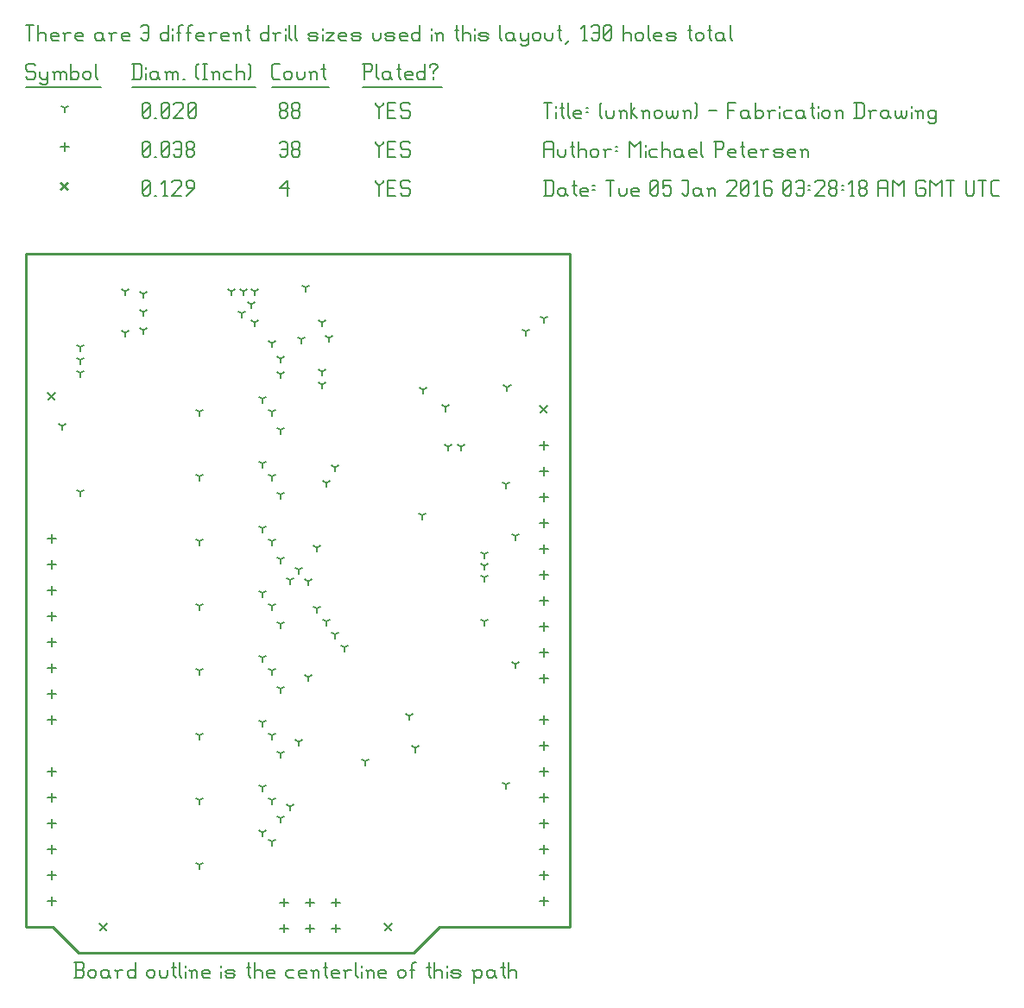
<source format=gbr>
G04 start of page 12 for group -3984 idx -3984 *
G04 Title: (unknown), fab *
G04 Creator: pcb 20110918 *
G04 CreationDate: Tue 05 Jan 2016 03:28:18 AM GMT UTC *
G04 For: railfan *
G04 Format: Gerber/RS-274X *
G04 PCB-Dimensions: 210000 270000 *
G04 PCB-Coordinate-Origin: lower left *
%MOIN*%
%FSLAX25Y25*%
%LNFAB*%
%ADD91C,0.0100*%
%ADD90C,0.0060*%
%ADD89C,0.0001*%
G54D89*G36*
X138800Y11766D02*X141766Y8800D01*
X141200Y8234D01*
X138234Y11200D01*
X138800Y11766D01*
G37*
G36*
X138234Y8800D02*X141200Y11766D01*
X141766Y11200D01*
X138800Y8234D01*
X138234Y8800D01*
G37*
G36*
X198800Y211766D02*X201766Y208800D01*
X201200Y208234D01*
X198234Y211200D01*
X198800Y211766D01*
G37*
G36*
X198234Y208800D02*X201200Y211766D01*
X201766Y211200D01*
X198800Y208234D01*
X198234Y208800D01*
G37*
G36*
X8800Y216766D02*X11766Y213800D01*
X11200Y213234D01*
X8234Y216200D01*
X8800Y216766D01*
G37*
G36*
X8234Y213800D02*X11200Y216766D01*
X11766Y216200D01*
X8800Y213234D01*
X8234Y213800D01*
G37*
G36*
X28800Y11766D02*X31766Y8800D01*
X31200Y8234D01*
X28234Y11200D01*
X28800Y11766D01*
G37*
G36*
X28234Y8800D02*X31200Y11766D01*
X31766Y11200D01*
X28800Y8234D01*
X28234Y8800D01*
G37*
G36*
X13800Y298016D02*X16766Y295050D01*
X16200Y294484D01*
X13234Y297450D01*
X13800Y298016D01*
G37*
G36*
X13234Y295050D02*X16200Y298016D01*
X16766Y297450D01*
X13800Y294484D01*
X13234Y295050D01*
G37*
G54D90*X135000Y298500D02*Y297750D01*
X136500Y296250D01*
X138000Y297750D01*
Y298500D02*Y297750D01*
X136500Y296250D02*Y292500D01*
X139800Y295500D02*X142050D01*
X139800Y292500D02*X142800D01*
X139800Y298500D02*Y292500D01*
Y298500D02*X142800D01*
X147600D02*X148350Y297750D01*
X145350Y298500D02*X147600D01*
X144600Y297750D02*X145350Y298500D01*
X144600Y297750D02*Y296250D01*
X145350Y295500D01*
X147600D01*
X148350Y294750D01*
Y293250D01*
X147600Y292500D02*X148350Y293250D01*
X145350Y292500D02*X147600D01*
X144600Y293250D02*X145350Y292500D01*
X98000Y295500D02*X101000Y298500D01*
X98000Y295500D02*X101750D01*
X101000Y298500D02*Y292500D01*
X45000Y293250D02*X45750Y292500D01*
X45000Y297750D02*Y293250D01*
Y297750D02*X45750Y298500D01*
X47250D01*
X48000Y297750D01*
Y293250D01*
X47250Y292500D02*X48000Y293250D01*
X45750Y292500D02*X47250D01*
X45000Y294000D02*X48000Y297000D01*
X49800Y292500D02*X50550D01*
X53100D02*X54600D01*
X53850Y298500D02*Y292500D01*
X52350Y297000D02*X53850Y298500D01*
X56400Y297750D02*X57150Y298500D01*
X59400D01*
X60150Y297750D01*
Y296250D01*
X56400Y292500D02*X60150Y296250D01*
X56400Y292500D02*X60150D01*
X61950D02*X64950Y295500D01*
Y297750D02*Y295500D01*
X64200Y298500D02*X64950Y297750D01*
X62700Y298500D02*X64200D01*
X61950Y297750D02*X62700Y298500D01*
X61950Y297750D02*Y296250D01*
X62700Y295500D01*
X64950D01*
X10000Y161600D02*Y158400D01*
X8400Y160000D02*X11600D01*
X10000Y151600D02*Y148400D01*
X8400Y150000D02*X11600D01*
X10000Y141600D02*Y138400D01*
X8400Y140000D02*X11600D01*
X10000Y131600D02*Y128400D01*
X8400Y130000D02*X11600D01*
X10000Y121600D02*Y118400D01*
X8400Y120000D02*X11600D01*
X10000Y111600D02*Y108400D01*
X8400Y110000D02*X11600D01*
X10000Y101600D02*Y98400D01*
X8400Y100000D02*X11600D01*
X10000Y91600D02*Y88400D01*
X8400Y90000D02*X11600D01*
X10000Y71600D02*Y68400D01*
X8400Y70000D02*X11600D01*
X10000Y61600D02*Y58400D01*
X8400Y60000D02*X11600D01*
X10000Y51600D02*Y48400D01*
X8400Y50000D02*X11600D01*
X10000Y41600D02*Y38400D01*
X8400Y40000D02*X11600D01*
X10000Y31600D02*Y28400D01*
X8400Y30000D02*X11600D01*
X10000Y21600D02*Y18400D01*
X8400Y20000D02*X11600D01*
X200000Y21600D02*Y18400D01*
X198400Y20000D02*X201600D01*
X200000Y31600D02*Y28400D01*
X198400Y30000D02*X201600D01*
X200000Y41600D02*Y38400D01*
X198400Y40000D02*X201600D01*
X200000Y51600D02*Y48400D01*
X198400Y50000D02*X201600D01*
X200000Y61600D02*Y58400D01*
X198400Y60000D02*X201600D01*
X200000Y71600D02*Y68400D01*
X198400Y70000D02*X201600D01*
X200000Y81600D02*Y78400D01*
X198400Y80000D02*X201600D01*
X200000Y91600D02*Y88400D01*
X198400Y90000D02*X201600D01*
X200000Y107600D02*Y104400D01*
X198400Y106000D02*X201600D01*
X200000Y117600D02*Y114400D01*
X198400Y116000D02*X201600D01*
X200000Y127600D02*Y124400D01*
X198400Y126000D02*X201600D01*
X200000Y137600D02*Y134400D01*
X198400Y136000D02*X201600D01*
X200000Y147600D02*Y144400D01*
X198400Y146000D02*X201600D01*
X200000Y157600D02*Y154400D01*
X198400Y156000D02*X201600D01*
X200000Y167600D02*Y164400D01*
X198400Y166000D02*X201600D01*
X200000Y177600D02*Y174400D01*
X198400Y176000D02*X201600D01*
X200000Y187600D02*Y184400D01*
X198400Y186000D02*X201600D01*
X200000Y197600D02*Y194400D01*
X198400Y196000D02*X201600D01*
X119803Y21049D02*Y17849D01*
X118203Y19449D02*X121403D01*
X109803Y21049D02*Y17849D01*
X108203Y19449D02*X111403D01*
X99803Y21049D02*Y17849D01*
X98203Y19449D02*X101403D01*
X119803Y11049D02*Y7849D01*
X118203Y9449D02*X121403D01*
X109803Y11049D02*Y7849D01*
X108203Y9449D02*X111403D01*
X99803Y11049D02*Y7849D01*
X98203Y9449D02*X101403D01*
X15000Y312850D02*Y309650D01*
X13400Y311250D02*X16600D01*
X135000Y313500D02*Y312750D01*
X136500Y311250D01*
X138000Y312750D01*
Y313500D02*Y312750D01*
X136500Y311250D02*Y307500D01*
X139800Y310500D02*X142050D01*
X139800Y307500D02*X142800D01*
X139800Y313500D02*Y307500D01*
Y313500D02*X142800D01*
X147600D02*X148350Y312750D01*
X145350Y313500D02*X147600D01*
X144600Y312750D02*X145350Y313500D01*
X144600Y312750D02*Y311250D01*
X145350Y310500D01*
X147600D01*
X148350Y309750D01*
Y308250D01*
X147600Y307500D02*X148350Y308250D01*
X145350Y307500D02*X147600D01*
X144600Y308250D02*X145350Y307500D01*
X98000Y312750D02*X98750Y313500D01*
X100250D01*
X101000Y312750D01*
Y308250D01*
X100250Y307500D02*X101000Y308250D01*
X98750Y307500D02*X100250D01*
X98000Y308250D02*X98750Y307500D01*
Y310500D02*X101000D01*
X102800Y308250D02*X103550Y307500D01*
X102800Y309750D02*Y308250D01*
Y309750D02*X103550Y310500D01*
X105050D01*
X105800Y309750D01*
Y308250D01*
X105050Y307500D02*X105800Y308250D01*
X103550Y307500D02*X105050D01*
X102800Y311250D02*X103550Y310500D01*
X102800Y312750D02*Y311250D01*
Y312750D02*X103550Y313500D01*
X105050D01*
X105800Y312750D01*
Y311250D01*
X105050Y310500D02*X105800Y311250D01*
X45000Y308250D02*X45750Y307500D01*
X45000Y312750D02*Y308250D01*
Y312750D02*X45750Y313500D01*
X47250D01*
X48000Y312750D01*
Y308250D01*
X47250Y307500D02*X48000Y308250D01*
X45750Y307500D02*X47250D01*
X45000Y309000D02*X48000Y312000D01*
X49800Y307500D02*X50550D01*
X52350Y308250D02*X53100Y307500D01*
X52350Y312750D02*Y308250D01*
Y312750D02*X53100Y313500D01*
X54600D01*
X55350Y312750D01*
Y308250D01*
X54600Y307500D02*X55350Y308250D01*
X53100Y307500D02*X54600D01*
X52350Y309000D02*X55350Y312000D01*
X57150Y312750D02*X57900Y313500D01*
X59400D01*
X60150Y312750D01*
Y308250D01*
X59400Y307500D02*X60150Y308250D01*
X57900Y307500D02*X59400D01*
X57150Y308250D02*X57900Y307500D01*
Y310500D02*X60150D01*
X61950Y308250D02*X62700Y307500D01*
X61950Y309750D02*Y308250D01*
Y309750D02*X62700Y310500D01*
X64200D01*
X64950Y309750D01*
Y308250D01*
X64200Y307500D02*X64950Y308250D01*
X62700Y307500D02*X64200D01*
X61950Y311250D02*X62700Y310500D01*
X61950Y312750D02*Y311250D01*
Y312750D02*X62700Y313500D01*
X64200D01*
X64950Y312750D01*
Y311250D01*
X64200Y310500D02*X64950Y311250D01*
X21000Y178000D02*Y176400D01*
Y178000D02*X22387Y178800D01*
X21000Y178000D02*X19613Y178800D01*
X21000Y229000D02*Y227400D01*
Y229000D02*X22387Y229800D01*
X21000Y229000D02*X19613Y229800D01*
X21000Y234000D02*Y232400D01*
Y234000D02*X22387Y234800D01*
X21000Y234000D02*X19613Y234800D01*
X21000Y224000D02*Y222400D01*
Y224000D02*X22387Y224800D01*
X21000Y224000D02*X19613Y224800D01*
X38500Y255500D02*Y253900D01*
Y255500D02*X39887Y256300D01*
X38500Y255500D02*X37113Y256300D01*
X38500Y239500D02*Y237900D01*
Y239500D02*X39887Y240300D01*
X38500Y239500D02*X37113Y240300D01*
X45500Y240500D02*Y238900D01*
Y240500D02*X46887Y241300D01*
X45500Y240500D02*X44113Y241300D01*
X45500Y247500D02*Y245900D01*
Y247500D02*X46887Y248300D01*
X45500Y247500D02*X44113Y248300D01*
X45500Y254500D02*Y252900D01*
Y254500D02*X46887Y255300D01*
X45500Y254500D02*X44113Y255300D01*
X14000Y203500D02*Y201900D01*
Y203500D02*X15387Y204300D01*
X14000Y203500D02*X12613Y204300D01*
X200086Y245000D02*Y243400D01*
Y245000D02*X201473Y245800D01*
X200086Y245000D02*X198699Y245800D01*
X185914Y218500D02*Y216900D01*
Y218500D02*X187301Y219300D01*
X185914Y218500D02*X184527Y219300D01*
X108000Y257000D02*Y255400D01*
Y257000D02*X109387Y257800D01*
X108000Y257000D02*X106613Y257800D01*
X114500Y224500D02*Y222900D01*
Y224500D02*X115887Y225300D01*
X114500Y224500D02*X113113Y225300D01*
X114500Y219500D02*Y217900D01*
Y219500D02*X115887Y220300D01*
X114500Y219500D02*X113113Y220300D01*
X114500Y243500D02*Y241900D01*
Y243500D02*X115887Y244300D01*
X114500Y243500D02*X113113Y244300D01*
X117000Y237500D02*Y235900D01*
Y237500D02*X118387Y238300D01*
X117000Y237500D02*X115613Y238300D01*
X161985Y210775D02*Y209175D01*
Y210775D02*X163372Y211575D01*
X161985Y210775D02*X160598Y211575D01*
X153324Y217500D02*Y215900D01*
Y217500D02*X154711Y218300D01*
X153324Y217500D02*X151937Y218300D01*
X163000Y195500D02*Y193900D01*
Y195500D02*X164387Y196300D01*
X163000Y195500D02*X161613Y196300D01*
X168000Y195500D02*Y193900D01*
Y195500D02*X169387Y196300D01*
X168000Y195500D02*X166613Y196300D01*
X106500Y237000D02*Y235400D01*
Y237000D02*X107887Y237800D01*
X106500Y237000D02*X105113Y237800D01*
X153000Y169000D02*Y167400D01*
Y169000D02*X154387Y169800D01*
X153000Y169000D02*X151613Y169800D01*
X189000Y161000D02*Y159400D01*
Y161000D02*X190387Y161800D01*
X189000Y161000D02*X187613Y161800D01*
X189000Y111500D02*Y109900D01*
Y111500D02*X190387Y112300D01*
X189000Y111500D02*X187613Y112300D01*
X185500Y181000D02*Y179400D01*
Y181000D02*X186887Y181800D01*
X185500Y181000D02*X184113Y181800D01*
X185500Y65000D02*Y63400D01*
Y65000D02*X186887Y65800D01*
X185500Y65000D02*X184113Y65800D01*
X102000Y144000D02*Y142400D01*
Y144000D02*X103387Y144800D01*
X102000Y144000D02*X100613Y144800D01*
X105500Y148000D02*Y146400D01*
Y148000D02*X106887Y148800D01*
X105500Y148000D02*X104113Y148800D01*
X109000Y143500D02*Y141900D01*
Y143500D02*X110387Y144300D01*
X109000Y143500D02*X107613Y144300D01*
X112500Y133000D02*Y131400D01*
Y133000D02*X113887Y133800D01*
X112500Y133000D02*X111113Y133800D01*
X116000Y128000D02*Y126400D01*
Y128000D02*X117387Y128800D01*
X116000Y128000D02*X114613Y128800D01*
X119500Y123000D02*Y121400D01*
Y123000D02*X120887Y123800D01*
X119500Y123000D02*X118113Y123800D01*
X67000Y209000D02*Y207400D01*
Y209000D02*X68387Y209800D01*
X67000Y209000D02*X65613Y209800D01*
X67000Y184000D02*Y182400D01*
Y184000D02*X68387Y184800D01*
X67000Y184000D02*X65613Y184800D01*
X67000Y159000D02*Y157400D01*
Y159000D02*X68387Y159800D01*
X67000Y159000D02*X65613Y159800D01*
X67000Y134000D02*Y132400D01*
Y134000D02*X68387Y134800D01*
X67000Y134000D02*X65613Y134800D01*
X67000Y109000D02*Y107400D01*
Y109000D02*X68387Y109800D01*
X67000Y109000D02*X65613Y109800D01*
X67000Y84000D02*Y82400D01*
Y84000D02*X68387Y84800D01*
X67000Y84000D02*X65613Y84800D01*
X67000Y59000D02*Y57400D01*
Y59000D02*X68387Y59800D01*
X67000Y59000D02*X65613Y59800D01*
X67000Y34000D02*Y32400D01*
Y34000D02*X68387Y34800D01*
X67000Y34000D02*X65613Y34800D01*
X91500Y214000D02*Y212400D01*
Y214000D02*X92887Y214800D01*
X91500Y214000D02*X90113Y214800D01*
X95000Y209000D02*Y207400D01*
Y209000D02*X96387Y209800D01*
X95000Y209000D02*X93613Y209800D01*
X91500Y189000D02*Y187400D01*
Y189000D02*X92887Y189800D01*
X91500Y189000D02*X90113Y189800D01*
X95000Y184000D02*Y182400D01*
Y184000D02*X96387Y184800D01*
X95000Y184000D02*X93613Y184800D01*
X91500Y164000D02*Y162400D01*
Y164000D02*X92887Y164800D01*
X91500Y164000D02*X90113Y164800D01*
X95000Y159000D02*Y157400D01*
Y159000D02*X96387Y159800D01*
X95000Y159000D02*X93613Y159800D01*
X91500Y139000D02*Y137400D01*
Y139000D02*X92887Y139800D01*
X91500Y139000D02*X90113Y139800D01*
X95000Y134000D02*Y132400D01*
Y134000D02*X96387Y134800D01*
X95000Y134000D02*X93613Y134800D01*
X91500Y114000D02*Y112400D01*
Y114000D02*X92887Y114800D01*
X91500Y114000D02*X90113Y114800D01*
X95000Y109000D02*Y107400D01*
Y109000D02*X96387Y109800D01*
X95000Y109000D02*X93613Y109800D01*
X91500Y89000D02*Y87400D01*
Y89000D02*X92887Y89800D01*
X91500Y89000D02*X90113Y89800D01*
X95000Y84000D02*Y82400D01*
Y84000D02*X96387Y84800D01*
X95000Y84000D02*X93613Y84800D01*
X91500Y64000D02*Y62400D01*
Y64000D02*X92887Y64800D01*
X91500Y64000D02*X90113Y64800D01*
X95000Y59000D02*Y57400D01*
Y59000D02*X96387Y59800D01*
X95000Y59000D02*X93613Y59800D01*
X98500Y202000D02*Y200400D01*
Y202000D02*X99887Y202800D01*
X98500Y202000D02*X97113Y202800D01*
X98500Y177000D02*Y175400D01*
Y177000D02*X99887Y177800D01*
X98500Y177000D02*X97113Y177800D01*
X98500Y152000D02*Y150400D01*
Y152000D02*X99887Y152800D01*
X98500Y152000D02*X97113Y152800D01*
X98500Y127000D02*Y125400D01*
Y127000D02*X99887Y127800D01*
X98500Y127000D02*X97113Y127800D01*
X98500Y102000D02*Y100400D01*
Y102000D02*X99887Y102800D01*
X98500Y102000D02*X97113Y102800D01*
X98500Y77000D02*Y75400D01*
Y77000D02*X99887Y77800D01*
X98500Y77000D02*X97113Y77800D01*
X98500Y52000D02*Y50400D01*
Y52000D02*X99887Y52800D01*
X98500Y52000D02*X97113Y52800D01*
X102000Y56500D02*Y54900D01*
Y56500D02*X103387Y57300D01*
X102000Y56500D02*X100613Y57300D01*
X105500Y81500D02*Y79900D01*
Y81500D02*X106887Y82300D01*
X105500Y81500D02*X104113Y82300D01*
X109000Y106500D02*Y104900D01*
Y106500D02*X110387Y107300D01*
X109000Y106500D02*X107613Y107300D01*
X112500Y156500D02*Y154900D01*
Y156500D02*X113887Y157300D01*
X112500Y156500D02*X111113Y157300D01*
X116000Y181500D02*Y179900D01*
Y181500D02*X117387Y182300D01*
X116000Y181500D02*X114613Y182300D01*
X119500Y187500D02*Y185900D01*
Y187500D02*X120887Y188300D01*
X119500Y187500D02*X118113Y188300D01*
X98500Y223500D02*Y221900D01*
Y223500D02*X99887Y224300D01*
X98500Y223500D02*X97113Y224300D01*
X98500Y229500D02*Y227900D01*
Y229500D02*X99887Y230300D01*
X98500Y229500D02*X97113Y230300D01*
X95000Y235500D02*Y233900D01*
Y235500D02*X96387Y236300D01*
X95000Y235500D02*X93613Y236300D01*
X123000Y118000D02*Y116400D01*
Y118000D02*X124387Y118800D01*
X123000Y118000D02*X121613Y118800D01*
X177000Y128000D02*Y126400D01*
Y128000D02*X178387Y128800D01*
X177000Y128000D02*X175613Y128800D01*
X177000Y149500D02*Y147900D01*
Y149500D02*X178387Y150300D01*
X177000Y149500D02*X175613Y150300D01*
X177000Y154000D02*Y152400D01*
Y154000D02*X178387Y154800D01*
X177000Y154000D02*X175613Y154800D01*
X177000Y145000D02*Y143400D01*
Y145000D02*X178387Y145800D01*
X177000Y145000D02*X175613Y145800D01*
X148000Y91500D02*Y89900D01*
Y91500D02*X149387Y92300D01*
X148000Y91500D02*X146613Y92300D01*
X131000Y74000D02*Y72400D01*
Y74000D02*X132387Y74800D01*
X131000Y74000D02*X129613Y74800D01*
X91500Y46500D02*Y44900D01*
Y46500D02*X92887Y47300D01*
X91500Y46500D02*X90113Y47300D01*
X95000Y43000D02*Y41400D01*
Y43000D02*X96387Y43800D01*
X95000Y43000D02*X93613Y43800D01*
X88500Y243500D02*Y241900D01*
Y243500D02*X89887Y244300D01*
X88500Y243500D02*X87113Y244300D01*
X83500Y247000D02*Y245400D01*
Y247000D02*X84887Y247800D01*
X83500Y247000D02*X82113Y247800D01*
X87000Y250500D02*Y248900D01*
Y250500D02*X88387Y251300D01*
X87000Y250500D02*X85613Y251300D01*
X79500Y255500D02*Y253900D01*
Y255500D02*X80887Y256300D01*
X79500Y255500D02*X78113Y256300D01*
X84000Y255500D02*Y253900D01*
Y255500D02*X85387Y256300D01*
X84000Y255500D02*X82613Y256300D01*
X88500Y255500D02*Y253900D01*
Y255500D02*X89887Y256300D01*
X88500Y255500D02*X87113Y256300D01*
X150500Y79075D02*Y77475D01*
Y79075D02*X151887Y79875D01*
X150500Y79075D02*X149113Y79875D01*
X193000Y240000D02*Y238400D01*
Y240000D02*X194387Y240800D01*
X193000Y240000D02*X191613Y240800D01*
X15000Y326250D02*Y324650D01*
Y326250D02*X16387Y327050D01*
X15000Y326250D02*X13613Y327050D01*
X135000Y328500D02*Y327750D01*
X136500Y326250D01*
X138000Y327750D01*
Y328500D02*Y327750D01*
X136500Y326250D02*Y322500D01*
X139800Y325500D02*X142050D01*
X139800Y322500D02*X142800D01*
X139800Y328500D02*Y322500D01*
Y328500D02*X142800D01*
X147600D02*X148350Y327750D01*
X145350Y328500D02*X147600D01*
X144600Y327750D02*X145350Y328500D01*
X144600Y327750D02*Y326250D01*
X145350Y325500D01*
X147600D01*
X148350Y324750D01*
Y323250D01*
X147600Y322500D02*X148350Y323250D01*
X145350Y322500D02*X147600D01*
X144600Y323250D02*X145350Y322500D01*
X98000Y323250D02*X98750Y322500D01*
X98000Y324750D02*Y323250D01*
Y324750D02*X98750Y325500D01*
X100250D01*
X101000Y324750D01*
Y323250D01*
X100250Y322500D02*X101000Y323250D01*
X98750Y322500D02*X100250D01*
X98000Y326250D02*X98750Y325500D01*
X98000Y327750D02*Y326250D01*
Y327750D02*X98750Y328500D01*
X100250D01*
X101000Y327750D01*
Y326250D01*
X100250Y325500D02*X101000Y326250D01*
X102800Y323250D02*X103550Y322500D01*
X102800Y324750D02*Y323250D01*
Y324750D02*X103550Y325500D01*
X105050D01*
X105800Y324750D01*
Y323250D01*
X105050Y322500D02*X105800Y323250D01*
X103550Y322500D02*X105050D01*
X102800Y326250D02*X103550Y325500D01*
X102800Y327750D02*Y326250D01*
Y327750D02*X103550Y328500D01*
X105050D01*
X105800Y327750D01*
Y326250D01*
X105050Y325500D02*X105800Y326250D01*
X45000Y323250D02*X45750Y322500D01*
X45000Y327750D02*Y323250D01*
Y327750D02*X45750Y328500D01*
X47250D01*
X48000Y327750D01*
Y323250D01*
X47250Y322500D02*X48000Y323250D01*
X45750Y322500D02*X47250D01*
X45000Y324000D02*X48000Y327000D01*
X49800Y322500D02*X50550D01*
X52350Y323250D02*X53100Y322500D01*
X52350Y327750D02*Y323250D01*
Y327750D02*X53100Y328500D01*
X54600D01*
X55350Y327750D01*
Y323250D01*
X54600Y322500D02*X55350Y323250D01*
X53100Y322500D02*X54600D01*
X52350Y324000D02*X55350Y327000D01*
X57150Y327750D02*X57900Y328500D01*
X60150D01*
X60900Y327750D01*
Y326250D01*
X57150Y322500D02*X60900Y326250D01*
X57150Y322500D02*X60900D01*
X62700Y323250D02*X63450Y322500D01*
X62700Y327750D02*Y323250D01*
Y327750D02*X63450Y328500D01*
X64950D01*
X65700Y327750D01*
Y323250D01*
X64950Y322500D02*X65700Y323250D01*
X63450Y322500D02*X64950D01*
X62700Y324000D02*X65700Y327000D01*
X3000Y343500D02*X3750Y342750D01*
X750Y343500D02*X3000D01*
X0Y342750D02*X750Y343500D01*
X0Y342750D02*Y341250D01*
X750Y340500D01*
X3000D01*
X3750Y339750D01*
Y338250D01*
X3000Y337500D02*X3750Y338250D01*
X750Y337500D02*X3000D01*
X0Y338250D02*X750Y337500D01*
X5550Y340500D02*Y338250D01*
X6300Y337500D01*
X8550Y340500D02*Y336000D01*
X7800Y335250D02*X8550Y336000D01*
X6300Y335250D02*X7800D01*
X5550Y336000D02*X6300Y335250D01*
Y337500D02*X7800D01*
X8550Y338250D01*
X11100Y339750D02*Y337500D01*
Y339750D02*X11850Y340500D01*
X12600D01*
X13350Y339750D01*
Y337500D01*
Y339750D02*X14100Y340500D01*
X14850D01*
X15600Y339750D01*
Y337500D01*
X10350Y340500D02*X11100Y339750D01*
X17400Y343500D02*Y337500D01*
Y338250D02*X18150Y337500D01*
X19650D01*
X20400Y338250D01*
Y339750D02*Y338250D01*
X19650Y340500D02*X20400Y339750D01*
X18150Y340500D02*X19650D01*
X17400Y339750D02*X18150Y340500D01*
X22200Y339750D02*Y338250D01*
Y339750D02*X22950Y340500D01*
X24450D01*
X25200Y339750D01*
Y338250D01*
X24450Y337500D02*X25200Y338250D01*
X22950Y337500D02*X24450D01*
X22200Y338250D02*X22950Y337500D01*
X27000Y343500D02*Y338250D01*
X27750Y337500D01*
X0Y334250D02*X29250D01*
X41750Y343500D02*Y337500D01*
X44000Y343500D02*X44750Y342750D01*
Y338250D01*
X44000Y337500D02*X44750Y338250D01*
X41000Y337500D02*X44000D01*
X41000Y343500D02*X44000D01*
X46550Y342000D02*Y341250D01*
Y339750D02*Y337500D01*
X50300Y340500D02*X51050Y339750D01*
X48800Y340500D02*X50300D01*
X48050Y339750D02*X48800Y340500D01*
X48050Y339750D02*Y338250D01*
X48800Y337500D01*
X51050Y340500D02*Y338250D01*
X51800Y337500D01*
X48800D02*X50300D01*
X51050Y338250D01*
X54350Y339750D02*Y337500D01*
Y339750D02*X55100Y340500D01*
X55850D01*
X56600Y339750D01*
Y337500D01*
Y339750D02*X57350Y340500D01*
X58100D01*
X58850Y339750D01*
Y337500D01*
X53600Y340500D02*X54350Y339750D01*
X60650Y337500D02*X61400D01*
X65900Y338250D02*X66650Y337500D01*
X65900Y342750D02*X66650Y343500D01*
X65900Y342750D02*Y338250D01*
X68450Y343500D02*X69950D01*
X69200D02*Y337500D01*
X68450D02*X69950D01*
X72500Y339750D02*Y337500D01*
Y339750D02*X73250Y340500D01*
X74000D01*
X74750Y339750D01*
Y337500D01*
X71750Y340500D02*X72500Y339750D01*
X77300Y340500D02*X79550D01*
X76550Y339750D02*X77300Y340500D01*
X76550Y339750D02*Y338250D01*
X77300Y337500D01*
X79550D01*
X81350Y343500D02*Y337500D01*
Y339750D02*X82100Y340500D01*
X83600D01*
X84350Y339750D01*
Y337500D01*
X86150Y343500D02*X86900Y342750D01*
Y338250D01*
X86150Y337500D02*X86900Y338250D01*
X41000Y334250D02*X88700D01*
X95750Y337500D02*X98000D01*
X95000Y338250D02*X95750Y337500D01*
X95000Y342750D02*Y338250D01*
Y342750D02*X95750Y343500D01*
X98000D01*
X99800Y339750D02*Y338250D01*
Y339750D02*X100550Y340500D01*
X102050D01*
X102800Y339750D01*
Y338250D01*
X102050Y337500D02*X102800Y338250D01*
X100550Y337500D02*X102050D01*
X99800Y338250D02*X100550Y337500D01*
X104600Y340500D02*Y338250D01*
X105350Y337500D01*
X106850D01*
X107600Y338250D01*
Y340500D02*Y338250D01*
X110150Y339750D02*Y337500D01*
Y339750D02*X110900Y340500D01*
X111650D01*
X112400Y339750D01*
Y337500D01*
X109400Y340500D02*X110150Y339750D01*
X114950Y343500D02*Y338250D01*
X115700Y337500D01*
X114200Y341250D02*X115700D01*
X95000Y334250D02*X117200D01*
X130750Y343500D02*Y337500D01*
X130000Y343500D02*X133000D01*
X133750Y342750D01*
Y341250D01*
X133000Y340500D02*X133750Y341250D01*
X130750Y340500D02*X133000D01*
X135550Y343500D02*Y338250D01*
X136300Y337500D01*
X140050Y340500D02*X140800Y339750D01*
X138550Y340500D02*X140050D01*
X137800Y339750D02*X138550Y340500D01*
X137800Y339750D02*Y338250D01*
X138550Y337500D01*
X140800Y340500D02*Y338250D01*
X141550Y337500D01*
X138550D02*X140050D01*
X140800Y338250D01*
X144100Y343500D02*Y338250D01*
X144850Y337500D01*
X143350Y341250D02*X144850D01*
X147100Y337500D02*X149350D01*
X146350Y338250D02*X147100Y337500D01*
X146350Y339750D02*Y338250D01*
Y339750D02*X147100Y340500D01*
X148600D01*
X149350Y339750D01*
X146350Y339000D02*X149350D01*
Y339750D02*Y339000D01*
X154150Y343500D02*Y337500D01*
X153400D02*X154150Y338250D01*
X151900Y337500D02*X153400D01*
X151150Y338250D02*X151900Y337500D01*
X151150Y339750D02*Y338250D01*
Y339750D02*X151900Y340500D01*
X153400D01*
X154150Y339750D01*
X157450Y340500D02*Y339750D01*
Y338250D02*Y337500D01*
X155950Y342750D02*Y342000D01*
Y342750D02*X156700Y343500D01*
X158200D01*
X158950Y342750D01*
Y342000D01*
X157450Y340500D02*X158950Y342000D01*
X130000Y334250D02*X160750D01*
X0Y358500D02*X3000D01*
X1500D02*Y352500D01*
X4800Y358500D02*Y352500D01*
Y354750D02*X5550Y355500D01*
X7050D01*
X7800Y354750D01*
Y352500D01*
X10350D02*X12600D01*
X9600Y353250D02*X10350Y352500D01*
X9600Y354750D02*Y353250D01*
Y354750D02*X10350Y355500D01*
X11850D01*
X12600Y354750D01*
X9600Y354000D02*X12600D01*
Y354750D02*Y354000D01*
X15150Y354750D02*Y352500D01*
Y354750D02*X15900Y355500D01*
X17400D01*
X14400D02*X15150Y354750D01*
X19950Y352500D02*X22200D01*
X19200Y353250D02*X19950Y352500D01*
X19200Y354750D02*Y353250D01*
Y354750D02*X19950Y355500D01*
X21450D01*
X22200Y354750D01*
X19200Y354000D02*X22200D01*
Y354750D02*Y354000D01*
X28950Y355500D02*X29700Y354750D01*
X27450Y355500D02*X28950D01*
X26700Y354750D02*X27450Y355500D01*
X26700Y354750D02*Y353250D01*
X27450Y352500D01*
X29700Y355500D02*Y353250D01*
X30450Y352500D01*
X27450D02*X28950D01*
X29700Y353250D01*
X33000Y354750D02*Y352500D01*
Y354750D02*X33750Y355500D01*
X35250D01*
X32250D02*X33000Y354750D01*
X37800Y352500D02*X40050D01*
X37050Y353250D02*X37800Y352500D01*
X37050Y354750D02*Y353250D01*
Y354750D02*X37800Y355500D01*
X39300D01*
X40050Y354750D01*
X37050Y354000D02*X40050D01*
Y354750D02*Y354000D01*
X44550Y357750D02*X45300Y358500D01*
X46800D01*
X47550Y357750D01*
Y353250D01*
X46800Y352500D02*X47550Y353250D01*
X45300Y352500D02*X46800D01*
X44550Y353250D02*X45300Y352500D01*
Y355500D02*X47550D01*
X55050Y358500D02*Y352500D01*
X54300D02*X55050Y353250D01*
X52800Y352500D02*X54300D01*
X52050Y353250D02*X52800Y352500D01*
X52050Y354750D02*Y353250D01*
Y354750D02*X52800Y355500D01*
X54300D01*
X55050Y354750D01*
X56850Y357000D02*Y356250D01*
Y354750D02*Y352500D01*
X59100Y357750D02*Y352500D01*
Y357750D02*X59850Y358500D01*
X60600D01*
X58350Y355500D02*X59850D01*
X62850Y357750D02*Y352500D01*
Y357750D02*X63600Y358500D01*
X64350D01*
X62100Y355500D02*X63600D01*
X66600Y352500D02*X68850D01*
X65850Y353250D02*X66600Y352500D01*
X65850Y354750D02*Y353250D01*
Y354750D02*X66600Y355500D01*
X68100D01*
X68850Y354750D01*
X65850Y354000D02*X68850D01*
Y354750D02*Y354000D01*
X71400Y354750D02*Y352500D01*
Y354750D02*X72150Y355500D01*
X73650D01*
X70650D02*X71400Y354750D01*
X76200Y352500D02*X78450D01*
X75450Y353250D02*X76200Y352500D01*
X75450Y354750D02*Y353250D01*
Y354750D02*X76200Y355500D01*
X77700D01*
X78450Y354750D01*
X75450Y354000D02*X78450D01*
Y354750D02*Y354000D01*
X81000Y354750D02*Y352500D01*
Y354750D02*X81750Y355500D01*
X82500D01*
X83250Y354750D01*
Y352500D01*
X80250Y355500D02*X81000Y354750D01*
X85800Y358500D02*Y353250D01*
X86550Y352500D01*
X85050Y356250D02*X86550D01*
X93750Y358500D02*Y352500D01*
X93000D02*X93750Y353250D01*
X91500Y352500D02*X93000D01*
X90750Y353250D02*X91500Y352500D01*
X90750Y354750D02*Y353250D01*
Y354750D02*X91500Y355500D01*
X93000D01*
X93750Y354750D01*
X96300D02*Y352500D01*
Y354750D02*X97050Y355500D01*
X98550D01*
X95550D02*X96300Y354750D01*
X100350Y357000D02*Y356250D01*
Y354750D02*Y352500D01*
X101850Y358500D02*Y353250D01*
X102600Y352500D01*
X104100Y358500D02*Y353250D01*
X104850Y352500D01*
X109800D02*X112050D01*
X112800Y353250D01*
X112050Y354000D02*X112800Y353250D01*
X109800Y354000D02*X112050D01*
X109050Y354750D02*X109800Y354000D01*
X109050Y354750D02*X109800Y355500D01*
X112050D01*
X112800Y354750D01*
X109050Y353250D02*X109800Y352500D01*
X114600Y357000D02*Y356250D01*
Y354750D02*Y352500D01*
X116100Y355500D02*X119100D01*
X116100Y352500D02*X119100Y355500D01*
X116100Y352500D02*X119100D01*
X121650D02*X123900D01*
X120900Y353250D02*X121650Y352500D01*
X120900Y354750D02*Y353250D01*
Y354750D02*X121650Y355500D01*
X123150D01*
X123900Y354750D01*
X120900Y354000D02*X123900D01*
Y354750D02*Y354000D01*
X126450Y352500D02*X128700D01*
X129450Y353250D01*
X128700Y354000D02*X129450Y353250D01*
X126450Y354000D02*X128700D01*
X125700Y354750D02*X126450Y354000D01*
X125700Y354750D02*X126450Y355500D01*
X128700D01*
X129450Y354750D01*
X125700Y353250D02*X126450Y352500D01*
X133950Y355500D02*Y353250D01*
X134700Y352500D01*
X136200D01*
X136950Y353250D01*
Y355500D02*Y353250D01*
X139500Y352500D02*X141750D01*
X142500Y353250D01*
X141750Y354000D02*X142500Y353250D01*
X139500Y354000D02*X141750D01*
X138750Y354750D02*X139500Y354000D01*
X138750Y354750D02*X139500Y355500D01*
X141750D01*
X142500Y354750D01*
X138750Y353250D02*X139500Y352500D01*
X145050D02*X147300D01*
X144300Y353250D02*X145050Y352500D01*
X144300Y354750D02*Y353250D01*
Y354750D02*X145050Y355500D01*
X146550D01*
X147300Y354750D01*
X144300Y354000D02*X147300D01*
Y354750D02*Y354000D01*
X152100Y358500D02*Y352500D01*
X151350D02*X152100Y353250D01*
X149850Y352500D02*X151350D01*
X149100Y353250D02*X149850Y352500D01*
X149100Y354750D02*Y353250D01*
Y354750D02*X149850Y355500D01*
X151350D01*
X152100Y354750D01*
X156600Y357000D02*Y356250D01*
Y354750D02*Y352500D01*
X158850Y354750D02*Y352500D01*
Y354750D02*X159600Y355500D01*
X160350D01*
X161100Y354750D01*
Y352500D01*
X158100Y355500D02*X158850Y354750D01*
X166350Y358500D02*Y353250D01*
X167100Y352500D01*
X165600Y356250D02*X167100D01*
X168600Y358500D02*Y352500D01*
Y354750D02*X169350Y355500D01*
X170850D01*
X171600Y354750D01*
Y352500D01*
X173400Y357000D02*Y356250D01*
Y354750D02*Y352500D01*
X175650D02*X177900D01*
X178650Y353250D01*
X177900Y354000D02*X178650Y353250D01*
X175650Y354000D02*X177900D01*
X174900Y354750D02*X175650Y354000D01*
X174900Y354750D02*X175650Y355500D01*
X177900D01*
X178650Y354750D01*
X174900Y353250D02*X175650Y352500D01*
X183150Y358500D02*Y353250D01*
X183900Y352500D01*
X187650Y355500D02*X188400Y354750D01*
X186150Y355500D02*X187650D01*
X185400Y354750D02*X186150Y355500D01*
X185400Y354750D02*Y353250D01*
X186150Y352500D01*
X188400Y355500D02*Y353250D01*
X189150Y352500D01*
X186150D02*X187650D01*
X188400Y353250D01*
X190950Y355500D02*Y353250D01*
X191700Y352500D01*
X193950Y355500D02*Y351000D01*
X193200Y350250D02*X193950Y351000D01*
X191700Y350250D02*X193200D01*
X190950Y351000D02*X191700Y350250D01*
Y352500D02*X193200D01*
X193950Y353250D01*
X195750Y354750D02*Y353250D01*
Y354750D02*X196500Y355500D01*
X198000D01*
X198750Y354750D01*
Y353250D01*
X198000Y352500D02*X198750Y353250D01*
X196500Y352500D02*X198000D01*
X195750Y353250D02*X196500Y352500D01*
X200550Y355500D02*Y353250D01*
X201300Y352500D01*
X202800D01*
X203550Y353250D01*
Y355500D02*Y353250D01*
X206100Y358500D02*Y353250D01*
X206850Y352500D01*
X205350Y356250D02*X206850D01*
X208350Y351000D02*X209850Y352500D01*
X215100D02*X216600D01*
X215850Y358500D02*Y352500D01*
X214350Y357000D02*X215850Y358500D01*
X218400Y357750D02*X219150Y358500D01*
X220650D01*
X221400Y357750D01*
Y353250D01*
X220650Y352500D02*X221400Y353250D01*
X219150Y352500D02*X220650D01*
X218400Y353250D02*X219150Y352500D01*
Y355500D02*X221400D01*
X223200Y353250D02*X223950Y352500D01*
X223200Y357750D02*Y353250D01*
Y357750D02*X223950Y358500D01*
X225450D01*
X226200Y357750D01*
Y353250D01*
X225450Y352500D02*X226200Y353250D01*
X223950Y352500D02*X225450D01*
X223200Y354000D02*X226200Y357000D01*
X230700Y358500D02*Y352500D01*
Y354750D02*X231450Y355500D01*
X232950D01*
X233700Y354750D01*
Y352500D01*
X235500Y354750D02*Y353250D01*
Y354750D02*X236250Y355500D01*
X237750D01*
X238500Y354750D01*
Y353250D01*
X237750Y352500D02*X238500Y353250D01*
X236250Y352500D02*X237750D01*
X235500Y353250D02*X236250Y352500D01*
X240300Y358500D02*Y353250D01*
X241050Y352500D01*
X243300D02*X245550D01*
X242550Y353250D02*X243300Y352500D01*
X242550Y354750D02*Y353250D01*
Y354750D02*X243300Y355500D01*
X244800D01*
X245550Y354750D01*
X242550Y354000D02*X245550D01*
Y354750D02*Y354000D01*
X248100Y352500D02*X250350D01*
X251100Y353250D01*
X250350Y354000D02*X251100Y353250D01*
X248100Y354000D02*X250350D01*
X247350Y354750D02*X248100Y354000D01*
X247350Y354750D02*X248100Y355500D01*
X250350D01*
X251100Y354750D01*
X247350Y353250D02*X248100Y352500D01*
X256350Y358500D02*Y353250D01*
X257100Y352500D01*
X255600Y356250D02*X257100D01*
X258600Y354750D02*Y353250D01*
Y354750D02*X259350Y355500D01*
X260850D01*
X261600Y354750D01*
Y353250D01*
X260850Y352500D02*X261600Y353250D01*
X259350Y352500D02*X260850D01*
X258600Y353250D02*X259350Y352500D01*
X264150Y358500D02*Y353250D01*
X264900Y352500D01*
X263400Y356250D02*X264900D01*
X268650Y355500D02*X269400Y354750D01*
X267150Y355500D02*X268650D01*
X266400Y354750D02*X267150Y355500D01*
X266400Y354750D02*Y353250D01*
X267150Y352500D01*
X269400Y355500D02*Y353250D01*
X270150Y352500D01*
X267150D02*X268650D01*
X269400Y353250D01*
X271950Y358500D02*Y353250D01*
X272700Y352500D01*
G54D91*X0Y270000D02*Y10000D01*
X210000D02*Y270000D01*
X0Y10000D02*X10300D01*
X20300Y0D01*
X149700D01*
X159700Y10000D01*
X210000D01*
Y270000D02*X0D01*
G54D90*X18675Y-9500D02*X21675D01*
X22425Y-8750D01*
Y-7250D02*Y-8750D01*
X21675Y-6500D02*X22425Y-7250D01*
X19425Y-6500D02*X21675D01*
X19425Y-3500D02*Y-9500D01*
X18675Y-3500D02*X21675D01*
X22425Y-4250D01*
Y-5750D01*
X21675Y-6500D02*X22425Y-5750D01*
X24225Y-7250D02*Y-8750D01*
Y-7250D02*X24975Y-6500D01*
X26475D01*
X27225Y-7250D01*
Y-8750D01*
X26475Y-9500D02*X27225Y-8750D01*
X24975Y-9500D02*X26475D01*
X24225Y-8750D02*X24975Y-9500D01*
X31275Y-6500D02*X32025Y-7250D01*
X29775Y-6500D02*X31275D01*
X29025Y-7250D02*X29775Y-6500D01*
X29025Y-7250D02*Y-8750D01*
X29775Y-9500D01*
X32025Y-6500D02*Y-8750D01*
X32775Y-9500D01*
X29775D02*X31275D01*
X32025Y-8750D01*
X35325Y-7250D02*Y-9500D01*
Y-7250D02*X36075Y-6500D01*
X37575D01*
X34575D02*X35325Y-7250D01*
X42375Y-3500D02*Y-9500D01*
X41625D02*X42375Y-8750D01*
X40125Y-9500D02*X41625D01*
X39375Y-8750D02*X40125Y-9500D01*
X39375Y-7250D02*Y-8750D01*
Y-7250D02*X40125Y-6500D01*
X41625D01*
X42375Y-7250D01*
X46875D02*Y-8750D01*
Y-7250D02*X47625Y-6500D01*
X49125D01*
X49875Y-7250D01*
Y-8750D01*
X49125Y-9500D02*X49875Y-8750D01*
X47625Y-9500D02*X49125D01*
X46875Y-8750D02*X47625Y-9500D01*
X51675Y-6500D02*Y-8750D01*
X52425Y-9500D01*
X53925D01*
X54675Y-8750D01*
Y-6500D02*Y-8750D01*
X57225Y-3500D02*Y-8750D01*
X57975Y-9500D01*
X56475Y-5750D02*X57975D01*
X59475Y-3500D02*Y-8750D01*
X60225Y-9500D01*
X61725Y-5000D02*Y-5750D01*
Y-7250D02*Y-9500D01*
X63975Y-7250D02*Y-9500D01*
Y-7250D02*X64725Y-6500D01*
X65475D01*
X66225Y-7250D01*
Y-9500D01*
X63225Y-6500D02*X63975Y-7250D01*
X68775Y-9500D02*X71025D01*
X68025Y-8750D02*X68775Y-9500D01*
X68025Y-7250D02*Y-8750D01*
Y-7250D02*X68775Y-6500D01*
X70275D01*
X71025Y-7250D01*
X68025Y-8000D02*X71025D01*
Y-7250D02*Y-8000D01*
X75525Y-5000D02*Y-5750D01*
Y-7250D02*Y-9500D01*
X77775D02*X80025D01*
X80775Y-8750D01*
X80025Y-8000D02*X80775Y-8750D01*
X77775Y-8000D02*X80025D01*
X77025Y-7250D02*X77775Y-8000D01*
X77025Y-7250D02*X77775Y-6500D01*
X80025D01*
X80775Y-7250D01*
X77025Y-8750D02*X77775Y-9500D01*
X86025Y-3500D02*Y-8750D01*
X86775Y-9500D01*
X85275Y-5750D02*X86775D01*
X88275Y-3500D02*Y-9500D01*
Y-7250D02*X89025Y-6500D01*
X90525D01*
X91275Y-7250D01*
Y-9500D01*
X93825D02*X96075D01*
X93075Y-8750D02*X93825Y-9500D01*
X93075Y-7250D02*Y-8750D01*
Y-7250D02*X93825Y-6500D01*
X95325D01*
X96075Y-7250D01*
X93075Y-8000D02*X96075D01*
Y-7250D02*Y-8000D01*
X101325Y-6500D02*X103575D01*
X100575Y-7250D02*X101325Y-6500D01*
X100575Y-7250D02*Y-8750D01*
X101325Y-9500D01*
X103575D01*
X106125D02*X108375D01*
X105375Y-8750D02*X106125Y-9500D01*
X105375Y-7250D02*Y-8750D01*
Y-7250D02*X106125Y-6500D01*
X107625D01*
X108375Y-7250D01*
X105375Y-8000D02*X108375D01*
Y-7250D02*Y-8000D01*
X110925Y-7250D02*Y-9500D01*
Y-7250D02*X111675Y-6500D01*
X112425D01*
X113175Y-7250D01*
Y-9500D01*
X110175Y-6500D02*X110925Y-7250D01*
X115725Y-3500D02*Y-8750D01*
X116475Y-9500D01*
X114975Y-5750D02*X116475D01*
X118725Y-9500D02*X120975D01*
X117975Y-8750D02*X118725Y-9500D01*
X117975Y-7250D02*Y-8750D01*
Y-7250D02*X118725Y-6500D01*
X120225D01*
X120975Y-7250D01*
X117975Y-8000D02*X120975D01*
Y-7250D02*Y-8000D01*
X123525Y-7250D02*Y-9500D01*
Y-7250D02*X124275Y-6500D01*
X125775D01*
X122775D02*X123525Y-7250D01*
X127575Y-3500D02*Y-8750D01*
X128325Y-9500D01*
X129825Y-5000D02*Y-5750D01*
Y-7250D02*Y-9500D01*
X132075Y-7250D02*Y-9500D01*
Y-7250D02*X132825Y-6500D01*
X133575D01*
X134325Y-7250D01*
Y-9500D01*
X131325Y-6500D02*X132075Y-7250D01*
X136875Y-9500D02*X139125D01*
X136125Y-8750D02*X136875Y-9500D01*
X136125Y-7250D02*Y-8750D01*
Y-7250D02*X136875Y-6500D01*
X138375D01*
X139125Y-7250D01*
X136125Y-8000D02*X139125D01*
Y-7250D02*Y-8000D01*
X143625Y-7250D02*Y-8750D01*
Y-7250D02*X144375Y-6500D01*
X145875D01*
X146625Y-7250D01*
Y-8750D01*
X145875Y-9500D02*X146625Y-8750D01*
X144375Y-9500D02*X145875D01*
X143625Y-8750D02*X144375Y-9500D01*
X149175Y-4250D02*Y-9500D01*
Y-4250D02*X149925Y-3500D01*
X150675D01*
X148425Y-6500D02*X149925D01*
X155625Y-3500D02*Y-8750D01*
X156375Y-9500D01*
X154875Y-5750D02*X156375D01*
X157875Y-3500D02*Y-9500D01*
Y-7250D02*X158625Y-6500D01*
X160125D01*
X160875Y-7250D01*
Y-9500D01*
X162675Y-5000D02*Y-5750D01*
Y-7250D02*Y-9500D01*
X164925D02*X167175D01*
X167925Y-8750D01*
X167175Y-8000D02*X167925Y-8750D01*
X164925Y-8000D02*X167175D01*
X164175Y-7250D02*X164925Y-8000D01*
X164175Y-7250D02*X164925Y-6500D01*
X167175D01*
X167925Y-7250D01*
X164175Y-8750D02*X164925Y-9500D01*
X173175Y-7250D02*Y-11750D01*
X172425Y-6500D02*X173175Y-7250D01*
X173925Y-6500D01*
X175425D01*
X176175Y-7250D01*
Y-8750D01*
X175425Y-9500D02*X176175Y-8750D01*
X173925Y-9500D02*X175425D01*
X173175Y-8750D02*X173925Y-9500D01*
X180225Y-6500D02*X180975Y-7250D01*
X178725Y-6500D02*X180225D01*
X177975Y-7250D02*X178725Y-6500D01*
X177975Y-7250D02*Y-8750D01*
X178725Y-9500D01*
X180975Y-6500D02*Y-8750D01*
X181725Y-9500D01*
X178725D02*X180225D01*
X180975Y-8750D01*
X184275Y-3500D02*Y-8750D01*
X185025Y-9500D01*
X183525Y-5750D02*X185025D01*
X186525Y-3500D02*Y-9500D01*
Y-7250D02*X187275Y-6500D01*
X188775D01*
X189525Y-7250D01*
Y-9500D01*
X200750Y298500D02*Y292500D01*
X203000Y298500D02*X203750Y297750D01*
Y293250D01*
X203000Y292500D02*X203750Y293250D01*
X200000Y292500D02*X203000D01*
X200000Y298500D02*X203000D01*
X207800Y295500D02*X208550Y294750D01*
X206300Y295500D02*X207800D01*
X205550Y294750D02*X206300Y295500D01*
X205550Y294750D02*Y293250D01*
X206300Y292500D01*
X208550Y295500D02*Y293250D01*
X209300Y292500D01*
X206300D02*X207800D01*
X208550Y293250D01*
X211850Y298500D02*Y293250D01*
X212600Y292500D01*
X211100Y296250D02*X212600D01*
X214850Y292500D02*X217100D01*
X214100Y293250D02*X214850Y292500D01*
X214100Y294750D02*Y293250D01*
Y294750D02*X214850Y295500D01*
X216350D01*
X217100Y294750D01*
X214100Y294000D02*X217100D01*
Y294750D02*Y294000D01*
X218900Y296250D02*X219650D01*
X218900Y294750D02*X219650D01*
X224150Y298500D02*X227150D01*
X225650D02*Y292500D01*
X228950Y295500D02*Y293250D01*
X229700Y292500D01*
X231200D01*
X231950Y293250D01*
Y295500D02*Y293250D01*
X234500Y292500D02*X236750D01*
X233750Y293250D02*X234500Y292500D01*
X233750Y294750D02*Y293250D01*
Y294750D02*X234500Y295500D01*
X236000D01*
X236750Y294750D01*
X233750Y294000D02*X236750D01*
Y294750D02*Y294000D01*
X241250Y293250D02*X242000Y292500D01*
X241250Y297750D02*Y293250D01*
Y297750D02*X242000Y298500D01*
X243500D01*
X244250Y297750D01*
Y293250D01*
X243500Y292500D02*X244250Y293250D01*
X242000Y292500D02*X243500D01*
X241250Y294000D02*X244250Y297000D01*
X246050Y298500D02*X249050D01*
X246050D02*Y295500D01*
X246800Y296250D01*
X248300D01*
X249050Y295500D01*
Y293250D01*
X248300Y292500D02*X249050Y293250D01*
X246800Y292500D02*X248300D01*
X246050Y293250D02*X246800Y292500D01*
X253550Y298500D02*X255800D01*
Y293250D01*
X255050Y292500D02*X255800Y293250D01*
X254300Y292500D02*X255050D01*
X253550Y293250D02*X254300Y292500D01*
X259850Y295500D02*X260600Y294750D01*
X258350Y295500D02*X259850D01*
X257600Y294750D02*X258350Y295500D01*
X257600Y294750D02*Y293250D01*
X258350Y292500D01*
X260600Y295500D02*Y293250D01*
X261350Y292500D01*
X258350D02*X259850D01*
X260600Y293250D01*
X263900Y294750D02*Y292500D01*
Y294750D02*X264650Y295500D01*
X265400D01*
X266150Y294750D01*
Y292500D01*
X263150Y295500D02*X263900Y294750D01*
X270650Y297750D02*X271400Y298500D01*
X273650D01*
X274400Y297750D01*
Y296250D01*
X270650Y292500D02*X274400Y296250D01*
X270650Y292500D02*X274400D01*
X276200Y293250D02*X276950Y292500D01*
X276200Y297750D02*Y293250D01*
Y297750D02*X276950Y298500D01*
X278450D01*
X279200Y297750D01*
Y293250D01*
X278450Y292500D02*X279200Y293250D01*
X276950Y292500D02*X278450D01*
X276200Y294000D02*X279200Y297000D01*
X281750Y292500D02*X283250D01*
X282500Y298500D02*Y292500D01*
X281000Y297000D02*X282500Y298500D01*
X287300D02*X288050Y297750D01*
X285800Y298500D02*X287300D01*
X285050Y297750D02*X285800Y298500D01*
X285050Y297750D02*Y293250D01*
X285800Y292500D01*
X287300Y295500D02*X288050Y294750D01*
X285050Y295500D02*X287300D01*
X285800Y292500D02*X287300D01*
X288050Y293250D01*
Y294750D02*Y293250D01*
X292550D02*X293300Y292500D01*
X292550Y297750D02*Y293250D01*
Y297750D02*X293300Y298500D01*
X294800D01*
X295550Y297750D01*
Y293250D01*
X294800Y292500D02*X295550Y293250D01*
X293300Y292500D02*X294800D01*
X292550Y294000D02*X295550Y297000D01*
X297350Y297750D02*X298100Y298500D01*
X299600D01*
X300350Y297750D01*
Y293250D01*
X299600Y292500D02*X300350Y293250D01*
X298100Y292500D02*X299600D01*
X297350Y293250D02*X298100Y292500D01*
Y295500D02*X300350D01*
X302150Y296250D02*X302900D01*
X302150Y294750D02*X302900D01*
X304700Y297750D02*X305450Y298500D01*
X307700D01*
X308450Y297750D01*
Y296250D01*
X304700Y292500D02*X308450Y296250D01*
X304700Y292500D02*X308450D01*
X310250Y293250D02*X311000Y292500D01*
X310250Y294750D02*Y293250D01*
Y294750D02*X311000Y295500D01*
X312500D01*
X313250Y294750D01*
Y293250D01*
X312500Y292500D02*X313250Y293250D01*
X311000Y292500D02*X312500D01*
X310250Y296250D02*X311000Y295500D01*
X310250Y297750D02*Y296250D01*
Y297750D02*X311000Y298500D01*
X312500D01*
X313250Y297750D01*
Y296250D01*
X312500Y295500D02*X313250Y296250D01*
X315050D02*X315800D01*
X315050Y294750D02*X315800D01*
X318350Y292500D02*X319850D01*
X319100Y298500D02*Y292500D01*
X317600Y297000D02*X319100Y298500D01*
X321650Y293250D02*X322400Y292500D01*
X321650Y294750D02*Y293250D01*
Y294750D02*X322400Y295500D01*
X323900D01*
X324650Y294750D01*
Y293250D01*
X323900Y292500D02*X324650Y293250D01*
X322400Y292500D02*X323900D01*
X321650Y296250D02*X322400Y295500D01*
X321650Y297750D02*Y296250D01*
Y297750D02*X322400Y298500D01*
X323900D01*
X324650Y297750D01*
Y296250D01*
X323900Y295500D02*X324650Y296250D01*
X329150Y297750D02*Y292500D01*
Y297750D02*X329900Y298500D01*
X332150D01*
X332900Y297750D01*
Y292500D01*
X329150Y295500D02*X332900D01*
X334700Y298500D02*Y292500D01*
Y298500D02*X336950Y296250D01*
X339200Y298500D01*
Y292500D01*
X346700Y298500D02*X347450Y297750D01*
X344450Y298500D02*X346700D01*
X343700Y297750D02*X344450Y298500D01*
X343700Y297750D02*Y293250D01*
X344450Y292500D01*
X346700D01*
X347450Y293250D01*
Y294750D02*Y293250D01*
X346700Y295500D02*X347450Y294750D01*
X345200Y295500D02*X346700D01*
X349250Y298500D02*Y292500D01*
Y298500D02*X351500Y296250D01*
X353750Y298500D01*
Y292500D01*
X355550Y298500D02*X358550D01*
X357050D02*Y292500D01*
X363050Y298500D02*Y293250D01*
X363800Y292500D01*
X365300D01*
X366050Y293250D01*
Y298500D02*Y293250D01*
X367850Y298500D02*X370850D01*
X369350D02*Y292500D01*
X373400D02*X375650D01*
X372650Y293250D02*X373400Y292500D01*
X372650Y297750D02*Y293250D01*
Y297750D02*X373400Y298500D01*
X375650D01*
X200000Y312750D02*Y307500D01*
Y312750D02*X200750Y313500D01*
X203000D01*
X203750Y312750D01*
Y307500D01*
X200000Y310500D02*X203750D01*
X205550D02*Y308250D01*
X206300Y307500D01*
X207800D01*
X208550Y308250D01*
Y310500D02*Y308250D01*
X211100Y313500D02*Y308250D01*
X211850Y307500D01*
X210350Y311250D02*X211850D01*
X213350Y313500D02*Y307500D01*
Y309750D02*X214100Y310500D01*
X215600D01*
X216350Y309750D01*
Y307500D01*
X218150Y309750D02*Y308250D01*
Y309750D02*X218900Y310500D01*
X220400D01*
X221150Y309750D01*
Y308250D01*
X220400Y307500D02*X221150Y308250D01*
X218900Y307500D02*X220400D01*
X218150Y308250D02*X218900Y307500D01*
X223700Y309750D02*Y307500D01*
Y309750D02*X224450Y310500D01*
X225950D01*
X222950D02*X223700Y309750D01*
X227750Y311250D02*X228500D01*
X227750Y309750D02*X228500D01*
X233000Y313500D02*Y307500D01*
Y313500D02*X235250Y311250D01*
X237500Y313500D01*
Y307500D01*
X239300Y312000D02*Y311250D01*
Y309750D02*Y307500D01*
X241550Y310500D02*X243800D01*
X240800Y309750D02*X241550Y310500D01*
X240800Y309750D02*Y308250D01*
X241550Y307500D01*
X243800D01*
X245600Y313500D02*Y307500D01*
Y309750D02*X246350Y310500D01*
X247850D01*
X248600Y309750D01*
Y307500D01*
X252650Y310500D02*X253400Y309750D01*
X251150Y310500D02*X252650D01*
X250400Y309750D02*X251150Y310500D01*
X250400Y309750D02*Y308250D01*
X251150Y307500D01*
X253400Y310500D02*Y308250D01*
X254150Y307500D01*
X251150D02*X252650D01*
X253400Y308250D01*
X256700Y307500D02*X258950D01*
X255950Y308250D02*X256700Y307500D01*
X255950Y309750D02*Y308250D01*
Y309750D02*X256700Y310500D01*
X258200D01*
X258950Y309750D01*
X255950Y309000D02*X258950D01*
Y309750D02*Y309000D01*
X260750Y313500D02*Y308250D01*
X261500Y307500D01*
X266450Y313500D02*Y307500D01*
X265700Y313500D02*X268700D01*
X269450Y312750D01*
Y311250D01*
X268700Y310500D02*X269450Y311250D01*
X266450Y310500D02*X268700D01*
X272000Y307500D02*X274250D01*
X271250Y308250D02*X272000Y307500D01*
X271250Y309750D02*Y308250D01*
Y309750D02*X272000Y310500D01*
X273500D01*
X274250Y309750D01*
X271250Y309000D02*X274250D01*
Y309750D02*Y309000D01*
X276800Y313500D02*Y308250D01*
X277550Y307500D01*
X276050Y311250D02*X277550D01*
X279800Y307500D02*X282050D01*
X279050Y308250D02*X279800Y307500D01*
X279050Y309750D02*Y308250D01*
Y309750D02*X279800Y310500D01*
X281300D01*
X282050Y309750D01*
X279050Y309000D02*X282050D01*
Y309750D02*Y309000D01*
X284600Y309750D02*Y307500D01*
Y309750D02*X285350Y310500D01*
X286850D01*
X283850D02*X284600Y309750D01*
X289400Y307500D02*X291650D01*
X292400Y308250D01*
X291650Y309000D02*X292400Y308250D01*
X289400Y309000D02*X291650D01*
X288650Y309750D02*X289400Y309000D01*
X288650Y309750D02*X289400Y310500D01*
X291650D01*
X292400Y309750D01*
X288650Y308250D02*X289400Y307500D01*
X294950D02*X297200D01*
X294200Y308250D02*X294950Y307500D01*
X294200Y309750D02*Y308250D01*
Y309750D02*X294950Y310500D01*
X296450D01*
X297200Y309750D01*
X294200Y309000D02*X297200D01*
Y309750D02*Y309000D01*
X299750Y309750D02*Y307500D01*
Y309750D02*X300500Y310500D01*
X301250D01*
X302000Y309750D01*
Y307500D01*
X299000Y310500D02*X299750Y309750D01*
X200000Y328500D02*X203000D01*
X201500D02*Y322500D01*
X204800Y327000D02*Y326250D01*
Y324750D02*Y322500D01*
X207050Y328500D02*Y323250D01*
X207800Y322500D01*
X206300Y326250D02*X207800D01*
X209300Y328500D02*Y323250D01*
X210050Y322500D01*
X212300D02*X214550D01*
X211550Y323250D02*X212300Y322500D01*
X211550Y324750D02*Y323250D01*
Y324750D02*X212300Y325500D01*
X213800D01*
X214550Y324750D01*
X211550Y324000D02*X214550D01*
Y324750D02*Y324000D01*
X216350Y326250D02*X217100D01*
X216350Y324750D02*X217100D01*
X221600Y323250D02*X222350Y322500D01*
X221600Y327750D02*X222350Y328500D01*
X221600Y327750D02*Y323250D01*
X224150Y325500D02*Y323250D01*
X224900Y322500D01*
X226400D01*
X227150Y323250D01*
Y325500D02*Y323250D01*
X229700Y324750D02*Y322500D01*
Y324750D02*X230450Y325500D01*
X231200D01*
X231950Y324750D01*
Y322500D01*
X228950Y325500D02*X229700Y324750D01*
X233750Y328500D02*Y322500D01*
Y324750D02*X236000Y322500D01*
X233750Y324750D02*X235250Y326250D01*
X238550Y324750D02*Y322500D01*
Y324750D02*X239300Y325500D01*
X240050D01*
X240800Y324750D01*
Y322500D01*
X237800Y325500D02*X238550Y324750D01*
X242600D02*Y323250D01*
Y324750D02*X243350Y325500D01*
X244850D01*
X245600Y324750D01*
Y323250D01*
X244850Y322500D02*X245600Y323250D01*
X243350Y322500D02*X244850D01*
X242600Y323250D02*X243350Y322500D01*
X247400Y325500D02*Y323250D01*
X248150Y322500D01*
X248900D01*
X249650Y323250D01*
Y325500D02*Y323250D01*
X250400Y322500D01*
X251150D01*
X251900Y323250D01*
Y325500D02*Y323250D01*
X254450Y324750D02*Y322500D01*
Y324750D02*X255200Y325500D01*
X255950D01*
X256700Y324750D01*
Y322500D01*
X253700Y325500D02*X254450Y324750D01*
X258500Y328500D02*X259250Y327750D01*
Y323250D01*
X258500Y322500D02*X259250Y323250D01*
X263750Y325500D02*X266750D01*
X271250Y328500D02*Y322500D01*
Y328500D02*X274250D01*
X271250Y325500D02*X273500D01*
X278300D02*X279050Y324750D01*
X276800Y325500D02*X278300D01*
X276050Y324750D02*X276800Y325500D01*
X276050Y324750D02*Y323250D01*
X276800Y322500D01*
X279050Y325500D02*Y323250D01*
X279800Y322500D01*
X276800D02*X278300D01*
X279050Y323250D01*
X281600Y328500D02*Y322500D01*
Y323250D02*X282350Y322500D01*
X283850D01*
X284600Y323250D01*
Y324750D02*Y323250D01*
X283850Y325500D02*X284600Y324750D01*
X282350Y325500D02*X283850D01*
X281600Y324750D02*X282350Y325500D01*
X287150Y324750D02*Y322500D01*
Y324750D02*X287900Y325500D01*
X289400D01*
X286400D02*X287150Y324750D01*
X291200Y327000D02*Y326250D01*
Y324750D02*Y322500D01*
X293450Y325500D02*X295700D01*
X292700Y324750D02*X293450Y325500D01*
X292700Y324750D02*Y323250D01*
X293450Y322500D01*
X295700D01*
X299750Y325500D02*X300500Y324750D01*
X298250Y325500D02*X299750D01*
X297500Y324750D02*X298250Y325500D01*
X297500Y324750D02*Y323250D01*
X298250Y322500D01*
X300500Y325500D02*Y323250D01*
X301250Y322500D01*
X298250D02*X299750D01*
X300500Y323250D01*
X303800Y328500D02*Y323250D01*
X304550Y322500D01*
X303050Y326250D02*X304550D01*
X306050Y327000D02*Y326250D01*
Y324750D02*Y322500D01*
X307550Y324750D02*Y323250D01*
Y324750D02*X308300Y325500D01*
X309800D01*
X310550Y324750D01*
Y323250D01*
X309800Y322500D02*X310550Y323250D01*
X308300Y322500D02*X309800D01*
X307550Y323250D02*X308300Y322500D01*
X313100Y324750D02*Y322500D01*
Y324750D02*X313850Y325500D01*
X314600D01*
X315350Y324750D01*
Y322500D01*
X312350Y325500D02*X313100Y324750D01*
X320600Y328500D02*Y322500D01*
X322850Y328500D02*X323600Y327750D01*
Y323250D01*
X322850Y322500D02*X323600Y323250D01*
X319850Y322500D02*X322850D01*
X319850Y328500D02*X322850D01*
X326150Y324750D02*Y322500D01*
Y324750D02*X326900Y325500D01*
X328400D01*
X325400D02*X326150Y324750D01*
X332450Y325500D02*X333200Y324750D01*
X330950Y325500D02*X332450D01*
X330200Y324750D02*X330950Y325500D01*
X330200Y324750D02*Y323250D01*
X330950Y322500D01*
X333200Y325500D02*Y323250D01*
X333950Y322500D01*
X330950D02*X332450D01*
X333200Y323250D01*
X335750Y325500D02*Y323250D01*
X336500Y322500D01*
X337250D01*
X338000Y323250D01*
Y325500D02*Y323250D01*
X338750Y322500D01*
X339500D01*
X340250Y323250D01*
Y325500D02*Y323250D01*
X342050Y327000D02*Y326250D01*
Y324750D02*Y322500D01*
X344300Y324750D02*Y322500D01*
Y324750D02*X345050Y325500D01*
X345800D01*
X346550Y324750D01*
Y322500D01*
X343550Y325500D02*X344300Y324750D01*
X350600Y325500D02*X351350Y324750D01*
X349100Y325500D02*X350600D01*
X348350Y324750D02*X349100Y325500D01*
X348350Y324750D02*Y323250D01*
X349100Y322500D01*
X350600D01*
X351350Y323250D01*
X348350Y321000D02*X349100Y320250D01*
X350600D01*
X351350Y321000D01*
Y325500D02*Y321000D01*
M02*

</source>
